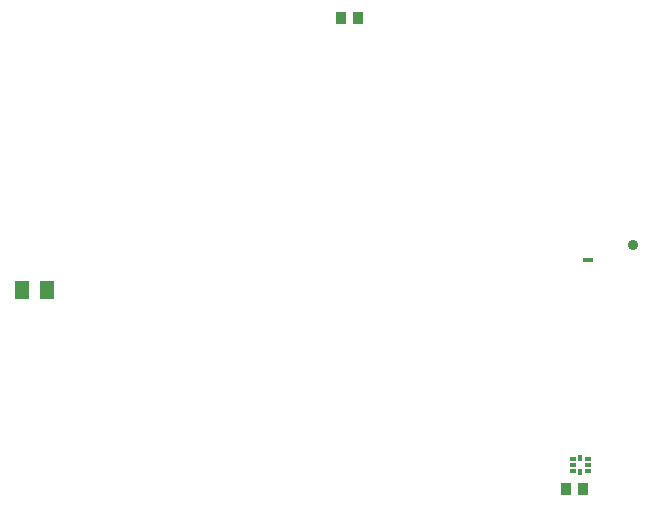
<source format=gts>
G04 Layer: TopSolderMaskLayer*
G04 EasyEDA v6.5.50, 2025-07-25 16:42:57*
G04 3a3b6a04c29d476bbc4f7cc3e832e921,42856f5ad3ae403ab08d0c24e8ee34dd,10*
G04 Gerber Generator version 0.2*
G04 Scale: 100 percent, Rotated: No, Reflected: No *
G04 Dimensions in inches *
G04 leading zeros omitted , absolute positions ,3 integer and 6 decimal *
%FSLAX36Y36*%
%MOIN*%

%AMMACRO1*4,1,8,-0.0156,-0.0079,-0.0168,-0.0067,-0.0168,0.0067,-0.0156,0.0079,0.0156,0.0079,0.0168,0.0067,0.0168,-0.0067,0.0156,-0.0079,-0.0156,-0.0079,0*%
%AMMACRO2*4,1,8,-0.0166,-0.0197,-0.0177,-0.0185,-0.0177,0.0185,-0.0166,0.0197,0.0166,0.0197,0.0177,0.0185,0.0177,-0.0185,0.0166,-0.0197,-0.0166,-0.0197,0*%
%AMMACRO3*4,1,8,-0.0205,-0.0295,-0.0217,-0.0284,-0.0217,0.0284,-0.0205,0.0295,0.0205,0.0295,0.0217,0.0284,0.0217,-0.0284,0.0205,-0.0295,-0.0205,-0.0295,0*%
%AMMACRO4*4,1,8,-0.0167,-0.019,-0.0179,-0.0178,-0.0179,0.0178,-0.0167,0.019,0.0167,0.019,0.0179,0.0178,0.0179,-0.0178,0.0167,-0.019,-0.0167,-0.019,0*%
%AMMACRO5*4,1,8,-0.0052,-0.0099,-0.0063,-0.0087,-0.0063,0.0087,-0.0052,0.0099,0.0052,0.0099,0.0063,0.0087,0.0063,-0.0087,0.0052,-0.0099,-0.0052,-0.0099,0*%
%AMMACRO6*4,1,8,-0.0087,-0.0063,-0.0099,-0.0052,-0.0099,0.0052,-0.0087,0.0063,0.0087,0.0063,0.0099,0.0052,0.0099,-0.0052,0.0087,-0.0063,-0.0087,-0.0063,0*%
%AMMACRO7*4,1,8,-0.0087,-0.0075,-0.0099,-0.0063,-0.0099,0.0063,-0.0087,0.0075,0.0087,0.0075,0.0099,0.0063,0.0099,-0.0063,0.0087,-0.0075,-0.0087,-0.0075,0*%
%ADD10MACRO1*%
%ADD11C,0.0358*%
%ADD12MACRO2*%
%ADD13MACRO3*%
%ADD14MACRO4*%
%ADD15MACRO5*%
%ADD16MACRO6*%
%ADD17MACRO7*%
%ADD18C,0.0190*%

%LPD*%
D10*
G01*
X2720000Y1225000D03*
D11*
G01*
X2870000Y1275000D03*
D12*
G01*
X1952559Y2030000D03*
G01*
X1897440Y2030000D03*
D13*
G01*
X833649Y1125000D03*
G01*
X916350Y1125000D03*
D14*
G01*
X2704655Y460000D03*
G01*
X2645344Y460000D03*
D15*
G01*
X2695000Y563620D03*
D16*
G01*
X2718621Y559679D03*
G01*
X2718621Y540000D03*
G01*
X2718621Y520309D03*
D15*
G01*
X2695000Y516379D03*
D16*
G01*
X2671378Y520320D03*
G01*
X2671378Y540000D03*
D17*
G01*
X2671378Y559680D03*
M02*

</source>
